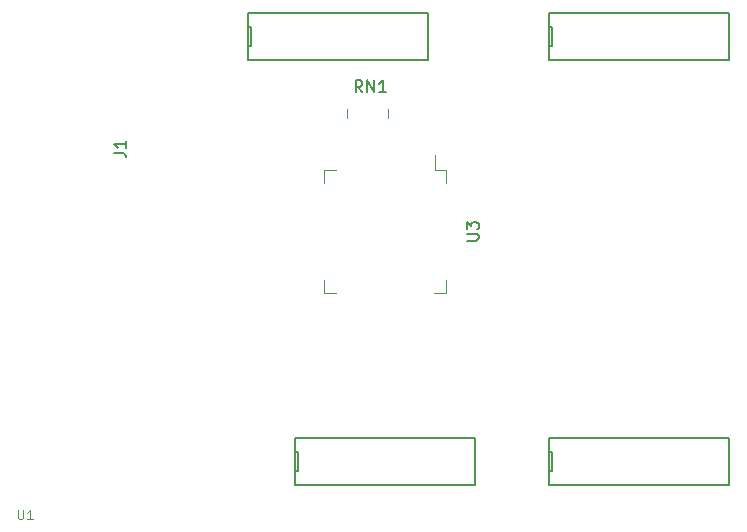
<source format=gbr>
G04 #@! TF.GenerationSoftware,KiCad,Pcbnew,(5.1.2-1)-1*
G04 #@! TF.CreationDate,2020-04-01T22:22:55+05:30*
G04 #@! TF.ProjectId,Alchitry_HDMI_Shield,416c6368-6974-4727-995f-48444d495f53,rev?*
G04 #@! TF.SameCoordinates,Original*
G04 #@! TF.FileFunction,Legend,Top*
G04 #@! TF.FilePolarity,Positive*
%FSLAX46Y46*%
G04 Gerber Fmt 4.6, Leading zero omitted, Abs format (unit mm)*
G04 Created by KiCad (PCBNEW (5.1.2-1)-1) date 2020-04-01 22:22:55*
%MOMM*%
%LPD*%
G04 APERTURE LIST*
%ADD10C,0.120000*%
%ADD11C,0.127000*%
%ADD12C,0.150000*%
%ADD13C,0.015000*%
G04 APERTURE END LIST*
D10*
X46725000Y-27825000D02*
X46725000Y-26550000D01*
X47675000Y-38175000D02*
X47675000Y-37125000D01*
X37325000Y-38175000D02*
X37325000Y-37125000D01*
X37325000Y-27825000D02*
X37325000Y-28875000D01*
X47675000Y-27825000D02*
X47675000Y-28875000D01*
X37325000Y-27825000D02*
X38375000Y-27825000D01*
X37325000Y-38175000D02*
X38375000Y-38175000D01*
X47675000Y-38175000D02*
X46625000Y-38175000D01*
X47675000Y-27825000D02*
X46725000Y-27825000D01*
D11*
X31100000Y-15700000D02*
X30900000Y-15700000D01*
X31100000Y-17300000D02*
X31100000Y-15700000D01*
X30900000Y-17300000D02*
X31100000Y-17300000D01*
X46100000Y-14500000D02*
X46100000Y-18500000D01*
X30900000Y-14500000D02*
X46100000Y-14500000D01*
X30900000Y-15700000D02*
X30900000Y-14500000D01*
X30900000Y-17300000D02*
X30900000Y-15700000D01*
X30900000Y-18500000D02*
X30900000Y-17300000D01*
X46100000Y-18500000D02*
X30900000Y-18500000D01*
X56600000Y-15700000D02*
X56400000Y-15700000D01*
X56600000Y-17300000D02*
X56600000Y-15700000D01*
X56400000Y-17300000D02*
X56600000Y-17300000D01*
X71600000Y-14500000D02*
X71600000Y-18500000D01*
X56400000Y-14500000D02*
X71600000Y-14500000D01*
X56400000Y-15700000D02*
X56400000Y-14500000D01*
X56400000Y-17300000D02*
X56400000Y-15700000D01*
X56400000Y-18500000D02*
X56400000Y-17300000D01*
X71600000Y-18500000D02*
X56400000Y-18500000D01*
X35100000Y-51700000D02*
X34900000Y-51700000D01*
X35100000Y-53300000D02*
X35100000Y-51700000D01*
X34900000Y-53300000D02*
X35100000Y-53300000D01*
X50100000Y-50500000D02*
X50100000Y-54500000D01*
X34900000Y-50500000D02*
X50100000Y-50500000D01*
X34900000Y-51700000D02*
X34900000Y-50500000D01*
X34900000Y-53300000D02*
X34900000Y-51700000D01*
X34900000Y-54500000D02*
X34900000Y-53300000D01*
X50100000Y-54500000D02*
X34900000Y-54500000D01*
X56600000Y-51700000D02*
X56400000Y-51700000D01*
X56600000Y-53300000D02*
X56600000Y-51700000D01*
X56400000Y-53300000D02*
X56600000Y-53300000D01*
X71600000Y-50500000D02*
X71600000Y-54500000D01*
X56400000Y-50500000D02*
X71600000Y-50500000D01*
X56400000Y-51700000D02*
X56400000Y-50500000D01*
X56400000Y-53300000D02*
X56400000Y-51700000D01*
X56400000Y-54500000D02*
X56400000Y-53300000D01*
X71600000Y-54500000D02*
X56400000Y-54500000D01*
D10*
X42720000Y-23400000D02*
X42720000Y-22600000D01*
X39280000Y-23400000D02*
X39280000Y-22600000D01*
D12*
X49402380Y-33761904D02*
X50211904Y-33761904D01*
X50307142Y-33714285D01*
X50354761Y-33666666D01*
X50402380Y-33571428D01*
X50402380Y-33380952D01*
X50354761Y-33285714D01*
X50307142Y-33238095D01*
X50211904Y-33190476D01*
X49402380Y-33190476D01*
X49402380Y-32809523D02*
X49402380Y-32190476D01*
X49783333Y-32523809D01*
X49783333Y-32380952D01*
X49830952Y-32285714D01*
X49878571Y-32238095D01*
X49973809Y-32190476D01*
X50211904Y-32190476D01*
X50307142Y-32238095D01*
X50354761Y-32285714D01*
X50402380Y-32380952D01*
X50402380Y-32666666D01*
X50354761Y-32761904D01*
X50307142Y-32809523D01*
D13*
X11400074Y-56568803D02*
X11400074Y-57206224D01*
X11437570Y-57281215D01*
X11475065Y-57318710D01*
X11550056Y-57356205D01*
X11700037Y-57356205D01*
X11775028Y-57318710D01*
X11812523Y-57281215D01*
X11850018Y-57206224D01*
X11850018Y-56568803D01*
X12637420Y-57356205D02*
X12187476Y-57356205D01*
X12412448Y-57356205D02*
X12412448Y-56568803D01*
X12337458Y-56681289D01*
X12262467Y-56756280D01*
X12187476Y-56793775D01*
D12*
X40559523Y-21202380D02*
X40226190Y-20726190D01*
X39988095Y-21202380D02*
X39988095Y-20202380D01*
X40369047Y-20202380D01*
X40464285Y-20250000D01*
X40511904Y-20297619D01*
X40559523Y-20392857D01*
X40559523Y-20535714D01*
X40511904Y-20630952D01*
X40464285Y-20678571D01*
X40369047Y-20726190D01*
X39988095Y-20726190D01*
X40988095Y-21202380D02*
X40988095Y-20202380D01*
X41559523Y-21202380D01*
X41559523Y-20202380D01*
X42559523Y-21202380D02*
X41988095Y-21202380D01*
X42273809Y-21202380D02*
X42273809Y-20202380D01*
X42178571Y-20345238D01*
X42083333Y-20440476D01*
X41988095Y-20488095D01*
X19552380Y-26333333D02*
X20266666Y-26333333D01*
X20409523Y-26380952D01*
X20504761Y-26476190D01*
X20552380Y-26619047D01*
X20552380Y-26714285D01*
X20552380Y-25333333D02*
X20552380Y-25904761D01*
X20552380Y-25619047D02*
X19552380Y-25619047D01*
X19695238Y-25714285D01*
X19790476Y-25809523D01*
X19838095Y-25904761D01*
M02*

</source>
